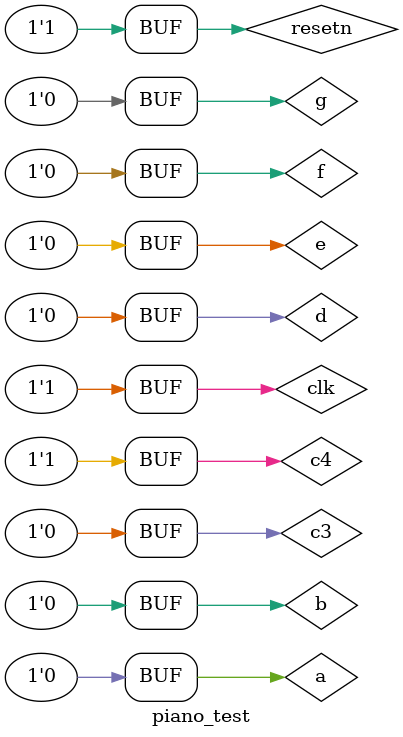
<source format=v>
`timescale 1ns / 1ps


module piano_test;

	// Inputs
	reg resetn;
	reg clk;
	reg c3;
	reg d;
	reg e;
	reg f;
	reg g;
	reg a;
	reg b;
	reg c4;

	// Outputs
	wire piezo;

	// Instantiate the Unit Under Test (UUT)
	piezo uut (
		.resetn(resetn), 
		.clk(clk), 
		.c3(c3), 
		.d(d), 
		.e(e), 
		.f(f), 
		.g(g), 
		.a(a), 
		.b(b), 
		.c4(c4), 
		.piezo(piezo)
	);

	initial begin
		// Initialize Inputs
		resetn = 0;
		clk = 0;
		c3 = 0;
		d = 0;
		e = 0;
		f = 0;
		g = 0;
		a = 0;
		b = 0;
		c4 = 0;

		#50 resetn = 1;
		
		#100 c3=1;
		#100 c3=0; d=1;
		#100 d=0; e=1;
		#100 e=0; f=1;
		#100 f=0; g=1;
		#100 g=0; a=1;
		#100 a=0; b=1;
		#100 b=0; c4=1;
	end
	
	always begin
		clk = 0;
		#25;
		clk = 1;
		#25;

	end
      
endmodule


</source>
